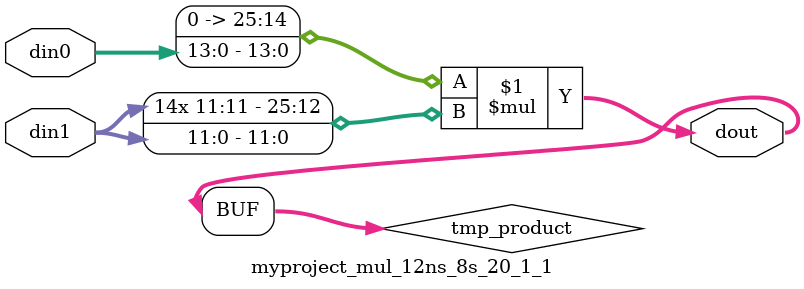
<source format=v>

`timescale 1 ns / 1 ps

 module myproject_mul_12ns_8s_20_1_1(din0, din1, dout);
parameter ID = 1;
parameter NUM_STAGE = 0;
parameter din0_WIDTH = 14;
parameter din1_WIDTH = 12;
parameter dout_WIDTH = 26;

input [din0_WIDTH - 1 : 0] din0; 
input [din1_WIDTH - 1 : 0] din1; 
output [dout_WIDTH - 1 : 0] dout;

wire signed [dout_WIDTH - 1 : 0] tmp_product;

























assign tmp_product = $signed({1'b0, din0}) * $signed(din1);










assign dout = tmp_product;





















endmodule

</source>
